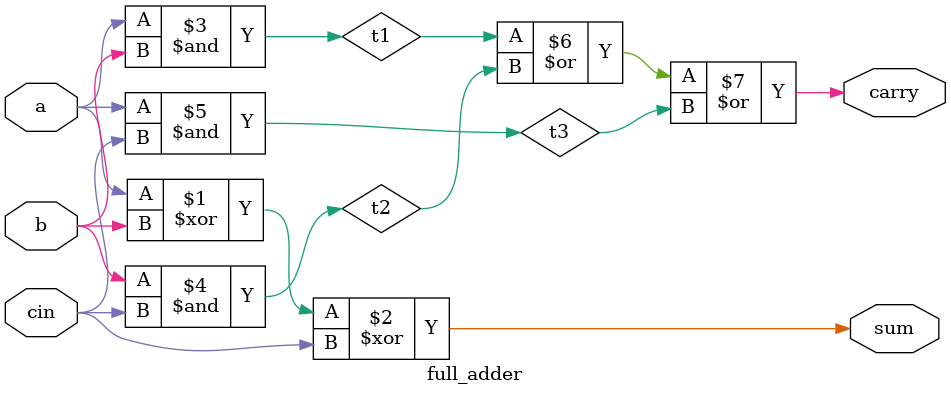
<source format=v>
`timescale 1ns / 1ps
module full_adder(sum,carry,a,b,cin);
output sum,carry;
input a,b,cin;
wire t1,t2,t3;
xor (sum,a,b,cin);
and  (t1,a,b) ,(t2,b,cin),(t3,a,cin);
or (carry,t1,t2,t3);
endmodule

</source>
